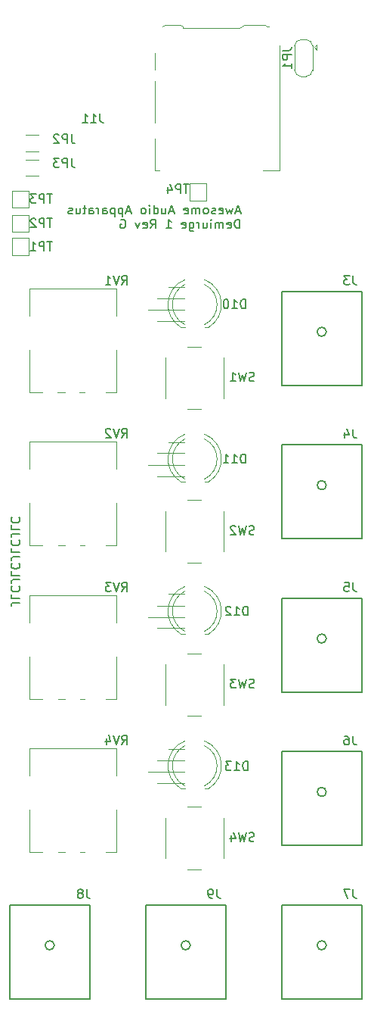
<source format=gbr>
G04 #@! TF.GenerationSoftware,KiCad,Pcbnew,6.0.6+dfsg-1*
G04 #@! TF.CreationDate,2022-10-02T17:16:31+02:00*
G04 #@! TF.ProjectId,demiurge,64656d69-7572-4676-952e-6b696361645f,G*
G04 #@! TF.SameCoordinates,Original*
G04 #@! TF.FileFunction,Legend,Bot*
G04 #@! TF.FilePolarity,Positive*
%FSLAX46Y46*%
G04 Gerber Fmt 4.6, Leading zero omitted, Abs format (unit mm)*
G04 Created by KiCad (PCBNEW 6.0.6+dfsg-1) date 2022-10-02 17:16:31*
%MOMM*%
%LPD*%
G01*
G04 APERTURE LIST*
%ADD10C,0.120000*%
%ADD11C,0.150000*%
G04 APERTURE END LIST*
D10*
X96400000Y-134900000D02*
X92300000Y-134900000D01*
X96400000Y-133600000D02*
X93350000Y-133600000D01*
X96400000Y-136150000D02*
X93300000Y-136150000D01*
X96400000Y-132350000D02*
X94600000Y-132350000D01*
X96400000Y-117600000D02*
X92300000Y-117600000D01*
X96400000Y-116350000D02*
X93350000Y-116350000D01*
X96400000Y-118850000D02*
X93300000Y-118850000D01*
X96400000Y-115050000D02*
X94600000Y-115050000D01*
X96400000Y-100600000D02*
X92300000Y-100600000D01*
X96400000Y-101850000D02*
X93300000Y-101850000D01*
X96400000Y-98050000D02*
X94600000Y-98050000D01*
X96400000Y-99300000D02*
X93350000Y-99300000D01*
X96400000Y-80750000D02*
X94600000Y-80750000D01*
X96400000Y-82000000D02*
X93350000Y-82000000D01*
X96400000Y-84550000D02*
X93300000Y-84550000D01*
X96400000Y-83300000D02*
X92300000Y-83300000D01*
D11*
X102612023Y-72261666D02*
X102135833Y-72261666D01*
X102707261Y-72547380D02*
X102373928Y-71547380D01*
X102040595Y-72547380D01*
X101802500Y-71880714D02*
X101612023Y-72547380D01*
X101421547Y-72071190D01*
X101231071Y-72547380D01*
X101040595Y-71880714D01*
X100278690Y-72499761D02*
X100373928Y-72547380D01*
X100564404Y-72547380D01*
X100659642Y-72499761D01*
X100707261Y-72404523D01*
X100707261Y-72023571D01*
X100659642Y-71928333D01*
X100564404Y-71880714D01*
X100373928Y-71880714D01*
X100278690Y-71928333D01*
X100231071Y-72023571D01*
X100231071Y-72118809D01*
X100707261Y-72214047D01*
X99850119Y-72499761D02*
X99754880Y-72547380D01*
X99564404Y-72547380D01*
X99469166Y-72499761D01*
X99421547Y-72404523D01*
X99421547Y-72356904D01*
X99469166Y-72261666D01*
X99564404Y-72214047D01*
X99707261Y-72214047D01*
X99802500Y-72166428D01*
X99850119Y-72071190D01*
X99850119Y-72023571D01*
X99802500Y-71928333D01*
X99707261Y-71880714D01*
X99564404Y-71880714D01*
X99469166Y-71928333D01*
X98850119Y-72547380D02*
X98945357Y-72499761D01*
X98992976Y-72452142D01*
X99040595Y-72356904D01*
X99040595Y-72071190D01*
X98992976Y-71975952D01*
X98945357Y-71928333D01*
X98850119Y-71880714D01*
X98707261Y-71880714D01*
X98612023Y-71928333D01*
X98564404Y-71975952D01*
X98516785Y-72071190D01*
X98516785Y-72356904D01*
X98564404Y-72452142D01*
X98612023Y-72499761D01*
X98707261Y-72547380D01*
X98850119Y-72547380D01*
X98088214Y-72547380D02*
X98088214Y-71880714D01*
X98088214Y-71975952D02*
X98040595Y-71928333D01*
X97945357Y-71880714D01*
X97802500Y-71880714D01*
X97707261Y-71928333D01*
X97659642Y-72023571D01*
X97659642Y-72547380D01*
X97659642Y-72023571D02*
X97612023Y-71928333D01*
X97516785Y-71880714D01*
X97373928Y-71880714D01*
X97278690Y-71928333D01*
X97231071Y-72023571D01*
X97231071Y-72547380D01*
X96373928Y-72499761D02*
X96469166Y-72547380D01*
X96659642Y-72547380D01*
X96754880Y-72499761D01*
X96802500Y-72404523D01*
X96802500Y-72023571D01*
X96754880Y-71928333D01*
X96659642Y-71880714D01*
X96469166Y-71880714D01*
X96373928Y-71928333D01*
X96326309Y-72023571D01*
X96326309Y-72118809D01*
X96802500Y-72214047D01*
X95183452Y-72261666D02*
X94707261Y-72261666D01*
X95278690Y-72547380D02*
X94945357Y-71547380D01*
X94612023Y-72547380D01*
X93850119Y-71880714D02*
X93850119Y-72547380D01*
X94278690Y-71880714D02*
X94278690Y-72404523D01*
X94231071Y-72499761D01*
X94135833Y-72547380D01*
X93992976Y-72547380D01*
X93897738Y-72499761D01*
X93850119Y-72452142D01*
X92945357Y-72547380D02*
X92945357Y-71547380D01*
X92945357Y-72499761D02*
X93040595Y-72547380D01*
X93231071Y-72547380D01*
X93326309Y-72499761D01*
X93373928Y-72452142D01*
X93421547Y-72356904D01*
X93421547Y-72071190D01*
X93373928Y-71975952D01*
X93326309Y-71928333D01*
X93231071Y-71880714D01*
X93040595Y-71880714D01*
X92945357Y-71928333D01*
X92469166Y-72547380D02*
X92469166Y-71880714D01*
X92469166Y-71547380D02*
X92516785Y-71595000D01*
X92469166Y-71642619D01*
X92421547Y-71595000D01*
X92469166Y-71547380D01*
X92469166Y-71642619D01*
X91850119Y-72547380D02*
X91945357Y-72499761D01*
X91992976Y-72452142D01*
X92040595Y-72356904D01*
X92040595Y-72071190D01*
X91992976Y-71975952D01*
X91945357Y-71928333D01*
X91850119Y-71880714D01*
X91707261Y-71880714D01*
X91612023Y-71928333D01*
X91564404Y-71975952D01*
X91516785Y-72071190D01*
X91516785Y-72356904D01*
X91564404Y-72452142D01*
X91612023Y-72499761D01*
X91707261Y-72547380D01*
X91850119Y-72547380D01*
X90373928Y-72261666D02*
X89897738Y-72261666D01*
X90469166Y-72547380D02*
X90135833Y-71547380D01*
X89802500Y-72547380D01*
X89469166Y-71880714D02*
X89469166Y-72880714D01*
X89469166Y-71928333D02*
X89373928Y-71880714D01*
X89183452Y-71880714D01*
X89088214Y-71928333D01*
X89040595Y-71975952D01*
X88992976Y-72071190D01*
X88992976Y-72356904D01*
X89040595Y-72452142D01*
X89088214Y-72499761D01*
X89183452Y-72547380D01*
X89373928Y-72547380D01*
X89469166Y-72499761D01*
X88564404Y-71880714D02*
X88564404Y-72880714D01*
X88564404Y-71928333D02*
X88469166Y-71880714D01*
X88278690Y-71880714D01*
X88183452Y-71928333D01*
X88135833Y-71975952D01*
X88088214Y-72071190D01*
X88088214Y-72356904D01*
X88135833Y-72452142D01*
X88183452Y-72499761D01*
X88278690Y-72547380D01*
X88469166Y-72547380D01*
X88564404Y-72499761D01*
X87231071Y-72547380D02*
X87231071Y-72023571D01*
X87278690Y-71928333D01*
X87373928Y-71880714D01*
X87564404Y-71880714D01*
X87659642Y-71928333D01*
X87231071Y-72499761D02*
X87326309Y-72547380D01*
X87564404Y-72547380D01*
X87659642Y-72499761D01*
X87707261Y-72404523D01*
X87707261Y-72309285D01*
X87659642Y-72214047D01*
X87564404Y-72166428D01*
X87326309Y-72166428D01*
X87231071Y-72118809D01*
X86754880Y-72547380D02*
X86754880Y-71880714D01*
X86754880Y-72071190D02*
X86707261Y-71975952D01*
X86659642Y-71928333D01*
X86564404Y-71880714D01*
X86469166Y-71880714D01*
X85707261Y-72547380D02*
X85707261Y-72023571D01*
X85754880Y-71928333D01*
X85850119Y-71880714D01*
X86040595Y-71880714D01*
X86135833Y-71928333D01*
X85707261Y-72499761D02*
X85802500Y-72547380D01*
X86040595Y-72547380D01*
X86135833Y-72499761D01*
X86183452Y-72404523D01*
X86183452Y-72309285D01*
X86135833Y-72214047D01*
X86040595Y-72166428D01*
X85802500Y-72166428D01*
X85707261Y-72118809D01*
X85373928Y-71880714D02*
X84992976Y-71880714D01*
X85231071Y-71547380D02*
X85231071Y-72404523D01*
X85183452Y-72499761D01*
X85088214Y-72547380D01*
X84992976Y-72547380D01*
X84231071Y-71880714D02*
X84231071Y-72547380D01*
X84659642Y-71880714D02*
X84659642Y-72404523D01*
X84612023Y-72499761D01*
X84516785Y-72547380D01*
X84373928Y-72547380D01*
X84278690Y-72499761D01*
X84231071Y-72452142D01*
X83802500Y-72499761D02*
X83707261Y-72547380D01*
X83516785Y-72547380D01*
X83421547Y-72499761D01*
X83373928Y-72404523D01*
X83373928Y-72356904D01*
X83421547Y-72261666D01*
X83516785Y-72214047D01*
X83659642Y-72214047D01*
X83754880Y-72166428D01*
X83802500Y-72071190D01*
X83802500Y-72023571D01*
X83754880Y-71928333D01*
X83659642Y-71880714D01*
X83516785Y-71880714D01*
X83421547Y-71928333D01*
X102564404Y-74157380D02*
X102564404Y-73157380D01*
X102326309Y-73157380D01*
X102183452Y-73205000D01*
X102088214Y-73300238D01*
X102040595Y-73395476D01*
X101992976Y-73585952D01*
X101992976Y-73728809D01*
X102040595Y-73919285D01*
X102088214Y-74014523D01*
X102183452Y-74109761D01*
X102326309Y-74157380D01*
X102564404Y-74157380D01*
X101183452Y-74109761D02*
X101278690Y-74157380D01*
X101469166Y-74157380D01*
X101564404Y-74109761D01*
X101612023Y-74014523D01*
X101612023Y-73633571D01*
X101564404Y-73538333D01*
X101469166Y-73490714D01*
X101278690Y-73490714D01*
X101183452Y-73538333D01*
X101135833Y-73633571D01*
X101135833Y-73728809D01*
X101612023Y-73824047D01*
X100707261Y-74157380D02*
X100707261Y-73490714D01*
X100707261Y-73585952D02*
X100659642Y-73538333D01*
X100564404Y-73490714D01*
X100421547Y-73490714D01*
X100326309Y-73538333D01*
X100278690Y-73633571D01*
X100278690Y-74157380D01*
X100278690Y-73633571D02*
X100231071Y-73538333D01*
X100135833Y-73490714D01*
X99992976Y-73490714D01*
X99897738Y-73538333D01*
X99850119Y-73633571D01*
X99850119Y-74157380D01*
X99373928Y-74157380D02*
X99373928Y-73490714D01*
X99373928Y-73157380D02*
X99421547Y-73205000D01*
X99373928Y-73252619D01*
X99326309Y-73205000D01*
X99373928Y-73157380D01*
X99373928Y-73252619D01*
X98469166Y-73490714D02*
X98469166Y-74157380D01*
X98897738Y-73490714D02*
X98897738Y-74014523D01*
X98850119Y-74109761D01*
X98754880Y-74157380D01*
X98612023Y-74157380D01*
X98516785Y-74109761D01*
X98469166Y-74062142D01*
X97992976Y-74157380D02*
X97992976Y-73490714D01*
X97992976Y-73681190D02*
X97945357Y-73585952D01*
X97897738Y-73538333D01*
X97802500Y-73490714D01*
X97707261Y-73490714D01*
X96945357Y-73490714D02*
X96945357Y-74300238D01*
X96992976Y-74395476D01*
X97040595Y-74443095D01*
X97135833Y-74490714D01*
X97278690Y-74490714D01*
X97373928Y-74443095D01*
X96945357Y-74109761D02*
X97040595Y-74157380D01*
X97231071Y-74157380D01*
X97326309Y-74109761D01*
X97373928Y-74062142D01*
X97421547Y-73966904D01*
X97421547Y-73681190D01*
X97373928Y-73585952D01*
X97326309Y-73538333D01*
X97231071Y-73490714D01*
X97040595Y-73490714D01*
X96945357Y-73538333D01*
X96088214Y-74109761D02*
X96183452Y-74157380D01*
X96373928Y-74157380D01*
X96469166Y-74109761D01*
X96516785Y-74014523D01*
X96516785Y-73633571D01*
X96469166Y-73538333D01*
X96373928Y-73490714D01*
X96183452Y-73490714D01*
X96088214Y-73538333D01*
X96040595Y-73633571D01*
X96040595Y-73728809D01*
X96516785Y-73824047D01*
X94326309Y-74157380D02*
X94897738Y-74157380D01*
X94612023Y-74157380D02*
X94612023Y-73157380D01*
X94707261Y-73300238D01*
X94802500Y-73395476D01*
X94897738Y-73443095D01*
X92564404Y-74157380D02*
X92897738Y-73681190D01*
X93135833Y-74157380D02*
X93135833Y-73157380D01*
X92754880Y-73157380D01*
X92659642Y-73205000D01*
X92612023Y-73252619D01*
X92564404Y-73347857D01*
X92564404Y-73490714D01*
X92612023Y-73585952D01*
X92659642Y-73633571D01*
X92754880Y-73681190D01*
X93135833Y-73681190D01*
X91754880Y-74109761D02*
X91850119Y-74157380D01*
X92040595Y-74157380D01*
X92135833Y-74109761D01*
X92183452Y-74014523D01*
X92183452Y-73633571D01*
X92135833Y-73538333D01*
X92040595Y-73490714D01*
X91850119Y-73490714D01*
X91754880Y-73538333D01*
X91707261Y-73633571D01*
X91707261Y-73728809D01*
X92183452Y-73824047D01*
X91373928Y-73490714D02*
X91135833Y-74157380D01*
X90897738Y-73490714D01*
X89231071Y-73205000D02*
X89326309Y-73157380D01*
X89469166Y-73157380D01*
X89612023Y-73205000D01*
X89707261Y-73300238D01*
X89754880Y-73395476D01*
X89802500Y-73585952D01*
X89802500Y-73728809D01*
X89754880Y-73919285D01*
X89707261Y-74014523D01*
X89612023Y-74109761D01*
X89469166Y-74157380D01*
X89373928Y-74157380D01*
X89231071Y-74109761D01*
X89183452Y-74062142D01*
X89183452Y-73728809D01*
X89373928Y-73728809D01*
X77947619Y-116019047D02*
X77233333Y-116019047D01*
X77090476Y-116066666D01*
X76995238Y-116161904D01*
X76947619Y-116304761D01*
X76947619Y-116400000D01*
X76947619Y-115066666D02*
X76947619Y-115542857D01*
X77947619Y-115542857D01*
X77042857Y-114161904D02*
X76995238Y-114209523D01*
X76947619Y-114352380D01*
X76947619Y-114447619D01*
X76995238Y-114590476D01*
X77090476Y-114685714D01*
X77185714Y-114733333D01*
X77376190Y-114780952D01*
X77519047Y-114780952D01*
X77709523Y-114733333D01*
X77804761Y-114685714D01*
X77900000Y-114590476D01*
X77947619Y-114447619D01*
X77947619Y-114352380D01*
X77900000Y-114209523D01*
X77852380Y-114161904D01*
X77947619Y-113447619D02*
X77233333Y-113447619D01*
X77090476Y-113495238D01*
X76995238Y-113590476D01*
X76947619Y-113733333D01*
X76947619Y-113828571D01*
X76947619Y-112495238D02*
X76947619Y-112971428D01*
X77947619Y-112971428D01*
X77042857Y-111590476D02*
X76995238Y-111638095D01*
X76947619Y-111780952D01*
X76947619Y-111876190D01*
X76995238Y-112019047D01*
X77090476Y-112114285D01*
X77185714Y-112161904D01*
X77376190Y-112209523D01*
X77519047Y-112209523D01*
X77709523Y-112161904D01*
X77804761Y-112114285D01*
X77900000Y-112019047D01*
X77947619Y-111876190D01*
X77947619Y-111780952D01*
X77900000Y-111638095D01*
X77852380Y-111590476D01*
X77947619Y-110876190D02*
X77233333Y-110876190D01*
X77090476Y-110923809D01*
X76995238Y-111019047D01*
X76947619Y-111161904D01*
X76947619Y-111257142D01*
X76947619Y-109923809D02*
X76947619Y-110400000D01*
X77947619Y-110400000D01*
X77042857Y-109019047D02*
X76995238Y-109066666D01*
X76947619Y-109209523D01*
X76947619Y-109304761D01*
X76995238Y-109447619D01*
X77090476Y-109542857D01*
X77185714Y-109590476D01*
X77376190Y-109638095D01*
X77519047Y-109638095D01*
X77709523Y-109590476D01*
X77804761Y-109542857D01*
X77900000Y-109447619D01*
X77947619Y-109304761D01*
X77947619Y-109209523D01*
X77900000Y-109066666D01*
X77852380Y-109019047D01*
X77947619Y-108304761D02*
X77233333Y-108304761D01*
X77090476Y-108352380D01*
X76995238Y-108447619D01*
X76947619Y-108590476D01*
X76947619Y-108685714D01*
X76947619Y-107352380D02*
X76947619Y-107828571D01*
X77947619Y-107828571D01*
X77042857Y-106447619D02*
X76995238Y-106495238D01*
X76947619Y-106638095D01*
X76947619Y-106733333D01*
X76995238Y-106876190D01*
X77090476Y-106971428D01*
X77185714Y-107019047D01*
X77376190Y-107066666D01*
X77519047Y-107066666D01*
X77709523Y-107019047D01*
X77804761Y-106971428D01*
X77900000Y-106876190D01*
X77947619Y-106733333D01*
X77947619Y-106638095D01*
X77900000Y-106495238D01*
X77852380Y-106447619D01*
X104203333Y-108354761D02*
X104060476Y-108402380D01*
X103822380Y-108402380D01*
X103727142Y-108354761D01*
X103679523Y-108307142D01*
X103631904Y-108211904D01*
X103631904Y-108116666D01*
X103679523Y-108021428D01*
X103727142Y-107973809D01*
X103822380Y-107926190D01*
X104012857Y-107878571D01*
X104108095Y-107830952D01*
X104155714Y-107783333D01*
X104203333Y-107688095D01*
X104203333Y-107592857D01*
X104155714Y-107497619D01*
X104108095Y-107450000D01*
X104012857Y-107402380D01*
X103774761Y-107402380D01*
X103631904Y-107450000D01*
X103298571Y-107402380D02*
X103060476Y-108402380D01*
X102870000Y-107688095D01*
X102679523Y-108402380D01*
X102441428Y-107402380D01*
X102108095Y-107497619D02*
X102060476Y-107450000D01*
X101965238Y-107402380D01*
X101727142Y-107402380D01*
X101631904Y-107450000D01*
X101584285Y-107497619D01*
X101536666Y-107592857D01*
X101536666Y-107688095D01*
X101584285Y-107830952D01*
X102155714Y-108402380D01*
X101536666Y-108402380D01*
X104203333Y-125499761D02*
X104060476Y-125547380D01*
X103822380Y-125547380D01*
X103727142Y-125499761D01*
X103679523Y-125452142D01*
X103631904Y-125356904D01*
X103631904Y-125261666D01*
X103679523Y-125166428D01*
X103727142Y-125118809D01*
X103822380Y-125071190D01*
X104012857Y-125023571D01*
X104108095Y-124975952D01*
X104155714Y-124928333D01*
X104203333Y-124833095D01*
X104203333Y-124737857D01*
X104155714Y-124642619D01*
X104108095Y-124595000D01*
X104012857Y-124547380D01*
X103774761Y-124547380D01*
X103631904Y-124595000D01*
X103298571Y-124547380D02*
X103060476Y-125547380D01*
X102870000Y-124833095D01*
X102679523Y-125547380D01*
X102441428Y-124547380D01*
X102155714Y-124547380D02*
X101536666Y-124547380D01*
X101870000Y-124928333D01*
X101727142Y-124928333D01*
X101631904Y-124975952D01*
X101584285Y-125023571D01*
X101536666Y-125118809D01*
X101536666Y-125356904D01*
X101584285Y-125452142D01*
X101631904Y-125499761D01*
X101727142Y-125547380D01*
X102012857Y-125547380D01*
X102108095Y-125499761D01*
X102155714Y-125452142D01*
X115268333Y-148042380D02*
X115268333Y-148756666D01*
X115315952Y-148899523D01*
X115411190Y-148994761D01*
X115554047Y-149042380D01*
X115649285Y-149042380D01*
X114887380Y-148042380D02*
X114220714Y-148042380D01*
X114649285Y-149042380D01*
X115268333Y-79462380D02*
X115268333Y-80176666D01*
X115315952Y-80319523D01*
X115411190Y-80414761D01*
X115554047Y-80462380D01*
X115649285Y-80462380D01*
X114887380Y-79462380D02*
X114268333Y-79462380D01*
X114601666Y-79843333D01*
X114458809Y-79843333D01*
X114363571Y-79890952D01*
X114315952Y-79938571D01*
X114268333Y-80033809D01*
X114268333Y-80271904D01*
X114315952Y-80367142D01*
X114363571Y-80414761D01*
X114458809Y-80462380D01*
X114744523Y-80462380D01*
X114839761Y-80414761D01*
X114887380Y-80367142D01*
X107380380Y-54284666D02*
X108094666Y-54284666D01*
X108237523Y-54237047D01*
X108332761Y-54141809D01*
X108380380Y-53998952D01*
X108380380Y-53903714D01*
X108380380Y-54760857D02*
X107380380Y-54760857D01*
X107380380Y-55141809D01*
X107428000Y-55237047D01*
X107475619Y-55284666D01*
X107570857Y-55332285D01*
X107713714Y-55332285D01*
X107808952Y-55284666D01*
X107856571Y-55237047D01*
X107904190Y-55141809D01*
X107904190Y-54760857D01*
X108380380Y-56284666D02*
X108380380Y-55713238D01*
X108380380Y-55998952D02*
X107380380Y-55998952D01*
X107523238Y-55903714D01*
X107618476Y-55808476D01*
X107666095Y-55713238D01*
X104203333Y-142644761D02*
X104060476Y-142692380D01*
X103822380Y-142692380D01*
X103727142Y-142644761D01*
X103679523Y-142597142D01*
X103631904Y-142501904D01*
X103631904Y-142406666D01*
X103679523Y-142311428D01*
X103727142Y-142263809D01*
X103822380Y-142216190D01*
X104012857Y-142168571D01*
X104108095Y-142120952D01*
X104155714Y-142073333D01*
X104203333Y-141978095D01*
X104203333Y-141882857D01*
X104155714Y-141787619D01*
X104108095Y-141740000D01*
X104012857Y-141692380D01*
X103774761Y-141692380D01*
X103631904Y-141740000D01*
X103298571Y-141692380D02*
X103060476Y-142692380D01*
X102870000Y-141978095D01*
X102679523Y-142692380D01*
X102441428Y-141692380D01*
X101631904Y-142025714D02*
X101631904Y-142692380D01*
X101870000Y-141644761D02*
X102108095Y-142359047D01*
X101489047Y-142359047D01*
X100028333Y-148042380D02*
X100028333Y-148756666D01*
X100075952Y-148899523D01*
X100171190Y-148994761D01*
X100314047Y-149042380D01*
X100409285Y-149042380D01*
X99504523Y-149042380D02*
X99314047Y-149042380D01*
X99218809Y-148994761D01*
X99171190Y-148947142D01*
X99075952Y-148804285D01*
X99028333Y-148613809D01*
X99028333Y-148232857D01*
X99075952Y-148137619D01*
X99123571Y-148090000D01*
X99218809Y-148042380D01*
X99409285Y-148042380D01*
X99504523Y-148090000D01*
X99552142Y-148137619D01*
X99599761Y-148232857D01*
X99599761Y-148470952D01*
X99552142Y-148566190D01*
X99504523Y-148613809D01*
X99409285Y-148661428D01*
X99218809Y-148661428D01*
X99123571Y-148613809D01*
X99075952Y-148566190D01*
X99028333Y-148470952D01*
X89342976Y-80452380D02*
X89676309Y-79976190D01*
X89914404Y-80452380D02*
X89914404Y-79452380D01*
X89533452Y-79452380D01*
X89438214Y-79500000D01*
X89390595Y-79547619D01*
X89342976Y-79642857D01*
X89342976Y-79785714D01*
X89390595Y-79880952D01*
X89438214Y-79928571D01*
X89533452Y-79976190D01*
X89914404Y-79976190D01*
X89057261Y-79452380D02*
X88723928Y-80452380D01*
X88390595Y-79452380D01*
X87533452Y-80452380D02*
X88104880Y-80452380D01*
X87819166Y-80452380D02*
X87819166Y-79452380D01*
X87914404Y-79595238D01*
X88009642Y-79690476D01*
X88104880Y-79738095D01*
X89342976Y-131852380D02*
X89676309Y-131376190D01*
X89914404Y-131852380D02*
X89914404Y-130852380D01*
X89533452Y-130852380D01*
X89438214Y-130900000D01*
X89390595Y-130947619D01*
X89342976Y-131042857D01*
X89342976Y-131185714D01*
X89390595Y-131280952D01*
X89438214Y-131328571D01*
X89533452Y-131376190D01*
X89914404Y-131376190D01*
X89057261Y-130852380D02*
X88723928Y-131852380D01*
X88390595Y-130852380D01*
X87628690Y-131185714D02*
X87628690Y-131852380D01*
X87866785Y-130804761D02*
X88104880Y-131519047D01*
X87485833Y-131519047D01*
X115268333Y-130897380D02*
X115268333Y-131611666D01*
X115315952Y-131754523D01*
X115411190Y-131849761D01*
X115554047Y-131897380D01*
X115649285Y-131897380D01*
X114363571Y-130897380D02*
X114554047Y-130897380D01*
X114649285Y-130945000D01*
X114696904Y-130992619D01*
X114792142Y-131135476D01*
X114839761Y-131325952D01*
X114839761Y-131706904D01*
X114792142Y-131802142D01*
X114744523Y-131849761D01*
X114649285Y-131897380D01*
X114458809Y-131897380D01*
X114363571Y-131849761D01*
X114315952Y-131802142D01*
X114268333Y-131706904D01*
X114268333Y-131468809D01*
X114315952Y-131373571D01*
X114363571Y-131325952D01*
X114458809Y-131278333D01*
X114649285Y-131278333D01*
X114744523Y-131325952D01*
X114792142Y-131373571D01*
X114839761Y-131468809D01*
X115268333Y-113752380D02*
X115268333Y-114466666D01*
X115315952Y-114609523D01*
X115411190Y-114704761D01*
X115554047Y-114752380D01*
X115649285Y-114752380D01*
X114315952Y-113752380D02*
X114792142Y-113752380D01*
X114839761Y-114228571D01*
X114792142Y-114180952D01*
X114696904Y-114133333D01*
X114458809Y-114133333D01*
X114363571Y-114180952D01*
X114315952Y-114228571D01*
X114268333Y-114323809D01*
X114268333Y-114561904D01*
X114315952Y-114657142D01*
X114363571Y-114704761D01*
X114458809Y-114752380D01*
X114696904Y-114752380D01*
X114792142Y-114704761D01*
X114839761Y-114657142D01*
X115268333Y-96607380D02*
X115268333Y-97321666D01*
X115315952Y-97464523D01*
X115411190Y-97559761D01*
X115554047Y-97607380D01*
X115649285Y-97607380D01*
X114363571Y-96940714D02*
X114363571Y-97607380D01*
X114601666Y-96559761D02*
X114839761Y-97274047D01*
X114220714Y-97274047D01*
X89342976Y-97552380D02*
X89676309Y-97076190D01*
X89914404Y-97552380D02*
X89914404Y-96552380D01*
X89533452Y-96552380D01*
X89438214Y-96600000D01*
X89390595Y-96647619D01*
X89342976Y-96742857D01*
X89342976Y-96885714D01*
X89390595Y-96980952D01*
X89438214Y-97028571D01*
X89533452Y-97076190D01*
X89914404Y-97076190D01*
X89057261Y-96552380D02*
X88723928Y-97552380D01*
X88390595Y-96552380D01*
X88104880Y-96647619D02*
X88057261Y-96600000D01*
X87962023Y-96552380D01*
X87723928Y-96552380D01*
X87628690Y-96600000D01*
X87581071Y-96647619D01*
X87533452Y-96742857D01*
X87533452Y-96838095D01*
X87581071Y-96980952D01*
X88152500Y-97552380D01*
X87533452Y-97552380D01*
X89342976Y-114752380D02*
X89676309Y-114276190D01*
X89914404Y-114752380D02*
X89914404Y-113752380D01*
X89533452Y-113752380D01*
X89438214Y-113800000D01*
X89390595Y-113847619D01*
X89342976Y-113942857D01*
X89342976Y-114085714D01*
X89390595Y-114180952D01*
X89438214Y-114228571D01*
X89533452Y-114276190D01*
X89914404Y-114276190D01*
X89057261Y-113752380D02*
X88723928Y-114752380D01*
X88390595Y-113752380D01*
X88152500Y-113752380D02*
X87533452Y-113752380D01*
X87866785Y-114133333D01*
X87723928Y-114133333D01*
X87628690Y-114180952D01*
X87581071Y-114228571D01*
X87533452Y-114323809D01*
X87533452Y-114561904D01*
X87581071Y-114657142D01*
X87628690Y-114704761D01*
X87723928Y-114752380D01*
X88009642Y-114752380D01*
X88104880Y-114704761D01*
X88152500Y-114657142D01*
X104203333Y-91209761D02*
X104060476Y-91257380D01*
X103822380Y-91257380D01*
X103727142Y-91209761D01*
X103679523Y-91162142D01*
X103631904Y-91066904D01*
X103631904Y-90971666D01*
X103679523Y-90876428D01*
X103727142Y-90828809D01*
X103822380Y-90781190D01*
X104012857Y-90733571D01*
X104108095Y-90685952D01*
X104155714Y-90638333D01*
X104203333Y-90543095D01*
X104203333Y-90447857D01*
X104155714Y-90352619D01*
X104108095Y-90305000D01*
X104012857Y-90257380D01*
X103774761Y-90257380D01*
X103631904Y-90305000D01*
X103298571Y-90257380D02*
X103060476Y-91257380D01*
X102870000Y-90543095D01*
X102679523Y-91257380D01*
X102441428Y-90257380D01*
X101536666Y-91257380D02*
X102108095Y-91257380D01*
X101822380Y-91257380D02*
X101822380Y-90257380D01*
X101917619Y-90400238D01*
X102012857Y-90495476D01*
X102108095Y-90543095D01*
X85423333Y-148042380D02*
X85423333Y-148756666D01*
X85470952Y-148899523D01*
X85566190Y-148994761D01*
X85709047Y-149042380D01*
X85804285Y-149042380D01*
X84804285Y-148470952D02*
X84899523Y-148423333D01*
X84947142Y-148375714D01*
X84994761Y-148280476D01*
X84994761Y-148232857D01*
X84947142Y-148137619D01*
X84899523Y-148090000D01*
X84804285Y-148042380D01*
X84613809Y-148042380D01*
X84518571Y-148090000D01*
X84470952Y-148137619D01*
X84423333Y-148232857D01*
X84423333Y-148280476D01*
X84470952Y-148375714D01*
X84518571Y-148423333D01*
X84613809Y-148470952D01*
X84804285Y-148470952D01*
X84899523Y-148518571D01*
X84947142Y-148566190D01*
X84994761Y-148661428D01*
X84994761Y-148851904D01*
X84947142Y-148947142D01*
X84899523Y-148994761D01*
X84804285Y-149042380D01*
X84613809Y-149042380D01*
X84518571Y-148994761D01*
X84470952Y-148947142D01*
X84423333Y-148851904D01*
X84423333Y-148661428D01*
X84470952Y-148566190D01*
X84518571Y-148518571D01*
X84613809Y-148470952D01*
X103214285Y-83102380D02*
X103214285Y-82102380D01*
X102976190Y-82102380D01*
X102833333Y-82150000D01*
X102738095Y-82245238D01*
X102690476Y-82340476D01*
X102642857Y-82530952D01*
X102642857Y-82673809D01*
X102690476Y-82864285D01*
X102738095Y-82959523D01*
X102833333Y-83054761D01*
X102976190Y-83102380D01*
X103214285Y-83102380D01*
X101690476Y-83102380D02*
X102261904Y-83102380D01*
X101976190Y-83102380D02*
X101976190Y-82102380D01*
X102071428Y-82245238D01*
X102166666Y-82340476D01*
X102261904Y-82388095D01*
X101071428Y-82102380D02*
X100976190Y-82102380D01*
X100880952Y-82150000D01*
X100833333Y-82197619D01*
X100785714Y-82292857D01*
X100738095Y-82483333D01*
X100738095Y-82721428D01*
X100785714Y-82911904D01*
X100833333Y-83007142D01*
X100880952Y-83054761D01*
X100976190Y-83102380D01*
X101071428Y-83102380D01*
X101166666Y-83054761D01*
X101214285Y-83007142D01*
X101261904Y-82911904D01*
X101309523Y-82721428D01*
X101309523Y-82483333D01*
X101261904Y-82292857D01*
X101214285Y-82197619D01*
X101166666Y-82150000D01*
X101071428Y-82102380D01*
X103214285Y-100401380D02*
X103214285Y-99401380D01*
X102976190Y-99401380D01*
X102833333Y-99449000D01*
X102738095Y-99544238D01*
X102690476Y-99639476D01*
X102642857Y-99829952D01*
X102642857Y-99972809D01*
X102690476Y-100163285D01*
X102738095Y-100258523D01*
X102833333Y-100353761D01*
X102976190Y-100401380D01*
X103214285Y-100401380D01*
X101690476Y-100401380D02*
X102261904Y-100401380D01*
X101976190Y-100401380D02*
X101976190Y-99401380D01*
X102071428Y-99544238D01*
X102166666Y-99639476D01*
X102261904Y-99687095D01*
X100738095Y-100401380D02*
X101309523Y-100401380D01*
X101023809Y-100401380D02*
X101023809Y-99401380D01*
X101119047Y-99544238D01*
X101214285Y-99639476D01*
X101309523Y-99687095D01*
X103464285Y-134752380D02*
X103464285Y-133752380D01*
X103226190Y-133752380D01*
X103083333Y-133800000D01*
X102988095Y-133895238D01*
X102940476Y-133990476D01*
X102892857Y-134180952D01*
X102892857Y-134323809D01*
X102940476Y-134514285D01*
X102988095Y-134609523D01*
X103083333Y-134704761D01*
X103226190Y-134752380D01*
X103464285Y-134752380D01*
X101940476Y-134752380D02*
X102511904Y-134752380D01*
X102226190Y-134752380D02*
X102226190Y-133752380D01*
X102321428Y-133895238D01*
X102416666Y-133990476D01*
X102511904Y-134038095D01*
X101607142Y-133752380D02*
X100988095Y-133752380D01*
X101321428Y-134133333D01*
X101178571Y-134133333D01*
X101083333Y-134180952D01*
X101035714Y-134228571D01*
X100988095Y-134323809D01*
X100988095Y-134561904D01*
X101035714Y-134657142D01*
X101083333Y-134704761D01*
X101178571Y-134752380D01*
X101464285Y-134752380D01*
X101559523Y-134704761D01*
X101607142Y-134657142D01*
X103464285Y-117419380D02*
X103464285Y-116419380D01*
X103226190Y-116419380D01*
X103083333Y-116467000D01*
X102988095Y-116562238D01*
X102940476Y-116657476D01*
X102892857Y-116847952D01*
X102892857Y-116990809D01*
X102940476Y-117181285D01*
X102988095Y-117276523D01*
X103083333Y-117371761D01*
X103226190Y-117419380D01*
X103464285Y-117419380D01*
X101940476Y-117419380D02*
X102511904Y-117419380D01*
X102226190Y-117419380D02*
X102226190Y-116419380D01*
X102321428Y-116562238D01*
X102416666Y-116657476D01*
X102511904Y-116705095D01*
X101559523Y-116514619D02*
X101511904Y-116467000D01*
X101416666Y-116419380D01*
X101178571Y-116419380D01*
X101083333Y-116467000D01*
X101035714Y-116514619D01*
X100988095Y-116609857D01*
X100988095Y-116705095D01*
X101035714Y-116847952D01*
X101607142Y-117419380D01*
X100988095Y-117419380D01*
X86909523Y-61352380D02*
X86909523Y-62066666D01*
X86957142Y-62209523D01*
X87052380Y-62304761D01*
X87195238Y-62352380D01*
X87290476Y-62352380D01*
X85909523Y-62352380D02*
X86480952Y-62352380D01*
X86195238Y-62352380D02*
X86195238Y-61352380D01*
X86290476Y-61495238D01*
X86385714Y-61590476D01*
X86480952Y-61638095D01*
X84957142Y-62352380D02*
X85528571Y-62352380D01*
X85242857Y-62352380D02*
X85242857Y-61352380D01*
X85338095Y-61495238D01*
X85433333Y-61590476D01*
X85528571Y-61638095D01*
X83733333Y-63652380D02*
X83733333Y-64366666D01*
X83780952Y-64509523D01*
X83876190Y-64604761D01*
X84019047Y-64652380D01*
X84114285Y-64652380D01*
X83257142Y-64652380D02*
X83257142Y-63652380D01*
X82876190Y-63652380D01*
X82780952Y-63700000D01*
X82733333Y-63747619D01*
X82685714Y-63842857D01*
X82685714Y-63985714D01*
X82733333Y-64080952D01*
X82780952Y-64128571D01*
X82876190Y-64176190D01*
X83257142Y-64176190D01*
X82304761Y-63747619D02*
X82257142Y-63700000D01*
X82161904Y-63652380D01*
X81923809Y-63652380D01*
X81828571Y-63700000D01*
X81780952Y-63747619D01*
X81733333Y-63842857D01*
X81733333Y-63938095D01*
X81780952Y-64080952D01*
X82352380Y-64652380D01*
X81733333Y-64652380D01*
X81561904Y-70352380D02*
X80990476Y-70352380D01*
X81276190Y-71352380D02*
X81276190Y-70352380D01*
X80657142Y-71352380D02*
X80657142Y-70352380D01*
X80276190Y-70352380D01*
X80180952Y-70400000D01*
X80133333Y-70447619D01*
X80085714Y-70542857D01*
X80085714Y-70685714D01*
X80133333Y-70780952D01*
X80180952Y-70828571D01*
X80276190Y-70876190D01*
X80657142Y-70876190D01*
X79752380Y-70352380D02*
X79133333Y-70352380D01*
X79466666Y-70733333D01*
X79323809Y-70733333D01*
X79228571Y-70780952D01*
X79180952Y-70828571D01*
X79133333Y-70923809D01*
X79133333Y-71161904D01*
X79180952Y-71257142D01*
X79228571Y-71304761D01*
X79323809Y-71352380D01*
X79609523Y-71352380D01*
X79704761Y-71304761D01*
X79752380Y-71257142D01*
X81561904Y-73052380D02*
X80990476Y-73052380D01*
X81276190Y-74052380D02*
X81276190Y-73052380D01*
X80657142Y-74052380D02*
X80657142Y-73052380D01*
X80276190Y-73052380D01*
X80180952Y-73100000D01*
X80133333Y-73147619D01*
X80085714Y-73242857D01*
X80085714Y-73385714D01*
X80133333Y-73480952D01*
X80180952Y-73528571D01*
X80276190Y-73576190D01*
X80657142Y-73576190D01*
X79704761Y-73147619D02*
X79657142Y-73100000D01*
X79561904Y-73052380D01*
X79323809Y-73052380D01*
X79228571Y-73100000D01*
X79180952Y-73147619D01*
X79133333Y-73242857D01*
X79133333Y-73338095D01*
X79180952Y-73480952D01*
X79752380Y-74052380D01*
X79133333Y-74052380D01*
X81561904Y-75652380D02*
X80990476Y-75652380D01*
X81276190Y-76652380D02*
X81276190Y-75652380D01*
X80657142Y-76652380D02*
X80657142Y-75652380D01*
X80276190Y-75652380D01*
X80180952Y-75700000D01*
X80133333Y-75747619D01*
X80085714Y-75842857D01*
X80085714Y-75985714D01*
X80133333Y-76080952D01*
X80180952Y-76128571D01*
X80276190Y-76176190D01*
X80657142Y-76176190D01*
X79133333Y-76652380D02*
X79704761Y-76652380D01*
X79419047Y-76652380D02*
X79419047Y-75652380D01*
X79514285Y-75795238D01*
X79609523Y-75890476D01*
X79704761Y-75938095D01*
X96861904Y-69252380D02*
X96290476Y-69252380D01*
X96576190Y-70252380D02*
X96576190Y-69252380D01*
X95957142Y-70252380D02*
X95957142Y-69252380D01*
X95576190Y-69252380D01*
X95480952Y-69300000D01*
X95433333Y-69347619D01*
X95385714Y-69442857D01*
X95385714Y-69585714D01*
X95433333Y-69680952D01*
X95480952Y-69728571D01*
X95576190Y-69776190D01*
X95957142Y-69776190D01*
X94528571Y-69585714D02*
X94528571Y-70252380D01*
X94766666Y-69204761D02*
X95004761Y-69919047D01*
X94385714Y-69919047D01*
X83733333Y-66352380D02*
X83733333Y-67066666D01*
X83780952Y-67209523D01*
X83876190Y-67304761D01*
X84019047Y-67352380D01*
X84114285Y-67352380D01*
X83257142Y-67352380D02*
X83257142Y-66352380D01*
X82876190Y-66352380D01*
X82780952Y-66400000D01*
X82733333Y-66447619D01*
X82685714Y-66542857D01*
X82685714Y-66685714D01*
X82733333Y-66780952D01*
X82780952Y-66828571D01*
X82876190Y-66876190D01*
X83257142Y-66876190D01*
X82352380Y-66352380D02*
X81733333Y-66352380D01*
X82066666Y-66733333D01*
X81923809Y-66733333D01*
X81828571Y-66780952D01*
X81780952Y-66828571D01*
X81733333Y-66923809D01*
X81733333Y-67161904D01*
X81780952Y-67257142D01*
X81828571Y-67304761D01*
X81923809Y-67352380D01*
X82209523Y-67352380D01*
X82304761Y-67304761D01*
X82352380Y-67257142D01*
D10*
X94250000Y-110275000D02*
X94250000Y-105775000D01*
X98250000Y-111525000D02*
X96750000Y-111525000D01*
X100750000Y-105775000D02*
X100750000Y-110275000D01*
X96750000Y-104525000D02*
X98250000Y-104525000D01*
X94250000Y-127420000D02*
X94250000Y-122920000D01*
X98250000Y-128670000D02*
X96750000Y-128670000D01*
X96750000Y-121670000D02*
X98250000Y-121670000D01*
X100750000Y-122920000D02*
X100750000Y-127420000D01*
D11*
X116260000Y-160305000D02*
X116260000Y-149805000D01*
X107260000Y-160305000D02*
X116260000Y-160305000D01*
X116260000Y-149805000D02*
X107260000Y-149805000D01*
X107260000Y-149805000D02*
X107260000Y-160305000D01*
X112268000Y-154305000D02*
G75*
G03*
X112268000Y-154305000I-508000J0D01*
G01*
X107260000Y-81225000D02*
X107260000Y-91725000D01*
X107260000Y-91725000D02*
X116260000Y-91725000D01*
X116260000Y-91725000D02*
X116260000Y-81225000D01*
X116260000Y-81225000D02*
X107260000Y-81225000D01*
X112268000Y-85725000D02*
G75*
G03*
X112268000Y-85725000I-508000J0D01*
G01*
D10*
X110728000Y-56518000D02*
X110728000Y-53718000D01*
X110928000Y-53918000D02*
X111228000Y-53618000D01*
X109428000Y-57168000D02*
X110028000Y-57168000D01*
X111228000Y-53618000D02*
X111228000Y-54218000D01*
X110928000Y-53918000D02*
X111228000Y-54218000D01*
X110028000Y-53068000D02*
X109428000Y-53068000D01*
X108728000Y-53718000D02*
X108728000Y-56518000D01*
X108728000Y-56468000D02*
G75*
G03*
X109428000Y-57168000I700000J0D01*
G01*
X109428000Y-53068000D02*
G75*
G03*
X108728000Y-53768000I-1J-699999D01*
G01*
X110028000Y-57168000D02*
G75*
G03*
X110728000Y-56468000I0J700000D01*
G01*
X110728000Y-53768000D02*
G75*
G03*
X110028000Y-53068000I-699999J1D01*
G01*
X98250000Y-145815000D02*
X96750000Y-145815000D01*
X96750000Y-138815000D02*
X98250000Y-138815000D01*
X94250000Y-144565000D02*
X94250000Y-140065000D01*
X100750000Y-140065000D02*
X100750000Y-144565000D01*
D11*
X92020000Y-160305000D02*
X101020000Y-160305000D01*
X101020000Y-149805000D02*
X92020000Y-149805000D01*
X92020000Y-149805000D02*
X92020000Y-160305000D01*
X101020000Y-160305000D02*
X101020000Y-149805000D01*
X97028000Y-154305000D02*
G75*
G03*
X97028000Y-154305000I-508000J0D01*
G01*
D10*
X88726000Y-92465000D02*
X88726000Y-87745000D01*
X78976000Y-83935000D02*
X78976000Y-80875000D01*
X78976000Y-80875000D02*
X88716000Y-80875000D01*
X88716000Y-83935000D02*
X88716000Y-80875000D01*
X82186000Y-92465000D02*
X83016000Y-92465000D01*
X84636000Y-92465000D02*
X85166000Y-92465000D01*
X87536000Y-92465000D02*
X88716000Y-92465000D01*
X78976000Y-92465000D02*
X78976000Y-87745000D01*
X78976000Y-92465000D02*
X80466000Y-92465000D01*
X78990000Y-143900000D02*
X78990000Y-139180000D01*
X82200000Y-143900000D02*
X83030000Y-143900000D01*
X88730000Y-135370000D02*
X88730000Y-132310000D01*
X88740000Y-143900000D02*
X88740000Y-139180000D01*
X78990000Y-143900000D02*
X80480000Y-143900000D01*
X84650000Y-143900000D02*
X85180000Y-143900000D01*
X78990000Y-135370000D02*
X78990000Y-132310000D01*
X87550000Y-143900000D02*
X88730000Y-143900000D01*
X78990000Y-132310000D02*
X88730000Y-132310000D01*
D11*
X107260000Y-132660000D02*
X107260000Y-143160000D01*
X107260000Y-143160000D02*
X116260000Y-143160000D01*
X116260000Y-132660000D02*
X107260000Y-132660000D01*
X116260000Y-143160000D02*
X116260000Y-132660000D01*
X112268000Y-137160000D02*
G75*
G03*
X112268000Y-137160000I-508000J0D01*
G01*
X107260000Y-115515000D02*
X107260000Y-126015000D01*
X116260000Y-126015000D02*
X116260000Y-115515000D01*
X116260000Y-115515000D02*
X107260000Y-115515000D01*
X107260000Y-126015000D02*
X116260000Y-126015000D01*
X112268000Y-120015000D02*
G75*
G03*
X112268000Y-120015000I-508000J0D01*
G01*
X116260000Y-98370000D02*
X107260000Y-98370000D01*
X116260000Y-108870000D02*
X116260000Y-98370000D01*
X107260000Y-108870000D02*
X116260000Y-108870000D01*
X107260000Y-98370000D02*
X107260000Y-108870000D01*
X112268000Y-102870000D02*
G75*
G03*
X112268000Y-102870000I-508000J0D01*
G01*
D10*
X87550000Y-109610000D02*
X88730000Y-109610000D01*
X88740000Y-109610000D02*
X88740000Y-104890000D01*
X78990000Y-98020000D02*
X88730000Y-98020000D01*
X78990000Y-109610000D02*
X78990000Y-104890000D01*
X78990000Y-109610000D02*
X80480000Y-109610000D01*
X88730000Y-101080000D02*
X88730000Y-98020000D01*
X78990000Y-101080000D02*
X78990000Y-98020000D01*
X84650000Y-109610000D02*
X85180000Y-109610000D01*
X82200000Y-109610000D02*
X83030000Y-109610000D01*
X87550000Y-126755000D02*
X88730000Y-126755000D01*
X88740000Y-126755000D02*
X88740000Y-122035000D01*
X84650000Y-126755000D02*
X85180000Y-126755000D01*
X88730000Y-118225000D02*
X88730000Y-115165000D01*
X78990000Y-118225000D02*
X78990000Y-115165000D01*
X78990000Y-126755000D02*
X78990000Y-122035000D01*
X78990000Y-126755000D02*
X80480000Y-126755000D01*
X82200000Y-126755000D02*
X83030000Y-126755000D01*
X78990000Y-115165000D02*
X88730000Y-115165000D01*
X98250000Y-94380000D02*
X96750000Y-94380000D01*
X94250000Y-93130000D02*
X94250000Y-88630000D01*
X100750000Y-88630000D02*
X100750000Y-93130000D01*
X96750000Y-87380000D02*
X98250000Y-87380000D01*
D11*
X85780000Y-149805000D02*
X76780000Y-149805000D01*
X85780000Y-160305000D02*
X85780000Y-149805000D01*
X76780000Y-149805000D02*
X76780000Y-160305000D01*
X76780000Y-160305000D02*
X85780000Y-160305000D01*
X81788000Y-154305000D02*
G75*
G03*
X81788000Y-154305000I-508000J0D01*
G01*
D10*
X99081000Y-85237000D02*
X98616000Y-85237000D01*
X96456000Y-85237000D02*
X95991000Y-85237000D01*
X99080830Y-85237000D02*
G75*
G03*
X98616827Y-79889185I-1544830J2560000D01*
G01*
X96455173Y-79889185D02*
G75*
G03*
X95991170Y-85237000I1080827J-2787815D01*
G01*
X96455571Y-80422521D02*
G75*
G03*
X96456000Y-84931684I1080429J-2254479D01*
G01*
X98616000Y-84931684D02*
G75*
G03*
X98616429Y-80422521I-1080000J2254684D01*
G01*
X99081000Y-102509000D02*
X98616000Y-102509000D01*
X96456000Y-102509000D02*
X95991000Y-102509000D01*
X96455173Y-97161185D02*
G75*
G03*
X95991170Y-102509000I1080827J-2787815D01*
G01*
X98616000Y-102203684D02*
G75*
G03*
X98616429Y-97694521I-1080000J2254684D01*
G01*
X96455571Y-97694521D02*
G75*
G03*
X96456000Y-102203684I1080429J-2254479D01*
G01*
X99080830Y-102509000D02*
G75*
G03*
X98616827Y-97161185I-1544830J2560000D01*
G01*
X99081000Y-136799000D02*
X98616000Y-136799000D01*
X96456000Y-136799000D02*
X95991000Y-136799000D01*
X98616000Y-136493684D02*
G75*
G03*
X98616429Y-131984521I-1080000J2254684D01*
G01*
X99080830Y-136799000D02*
G75*
G03*
X98616827Y-131451185I-1544830J2560000D01*
G01*
X96455173Y-131451185D02*
G75*
G03*
X95991170Y-136799000I1080827J-2787815D01*
G01*
X96455571Y-131984521D02*
G75*
G03*
X96456000Y-136493684I1080429J-2254479D01*
G01*
X99081000Y-119527000D02*
X98616000Y-119527000D01*
X96456000Y-119527000D02*
X95991000Y-119527000D01*
X96455571Y-114712521D02*
G75*
G03*
X96456000Y-119221684I1080429J-2254479D01*
G01*
X96455173Y-114179185D02*
G75*
G03*
X95991170Y-119527000I1080827J-2787815D01*
G01*
X98616000Y-119221684D02*
G75*
G03*
X98616429Y-114712521I-1080000J2254684D01*
G01*
X99080830Y-119527000D02*
G75*
G03*
X98616827Y-114179185I-1544830J2560000D01*
G01*
X78588748Y-63733000D02*
X80011252Y-63733000D01*
X78588748Y-65553000D02*
X80011252Y-65553000D01*
X77050000Y-69950000D02*
X77050000Y-71850000D01*
X78950000Y-71850000D02*
X78950000Y-69950000D01*
X77050000Y-71850000D02*
X78950000Y-71850000D01*
X78950000Y-69950000D02*
X77050000Y-69950000D01*
X78950000Y-72650000D02*
X77050000Y-72650000D01*
X77050000Y-72650000D02*
X77050000Y-74550000D01*
X77050000Y-74550000D02*
X78950000Y-74550000D01*
X78950000Y-74550000D02*
X78950000Y-72650000D01*
X77050000Y-77150000D02*
X78950000Y-77150000D01*
X78950000Y-77150000D02*
X78950000Y-75250000D01*
X78950000Y-75250000D02*
X77050000Y-75250000D01*
X77050000Y-75250000D02*
X77050000Y-77150000D01*
X105391000Y-51432000D02*
X105591000Y-51632000D01*
X94131000Y-51432000D02*
X93931000Y-51632000D01*
X93101000Y-67702000D02*
X93101000Y-64092000D01*
X103081000Y-51432000D02*
X102571000Y-51782000D01*
X93101000Y-62392000D02*
X93101000Y-57692000D01*
X95991000Y-51432000D02*
X96201000Y-51632000D01*
X93101000Y-56392000D02*
X93101000Y-54592000D01*
X94131000Y-51432000D02*
X95991000Y-51432000D01*
X105391000Y-51432000D02*
X103081000Y-51432000D01*
X105151000Y-67702000D02*
X107071000Y-67702000D01*
X96201000Y-51782000D02*
X102571000Y-51782000D01*
X107071000Y-67702000D02*
X107071000Y-53692000D01*
X105591000Y-51632000D02*
X105851000Y-51632000D01*
X96201000Y-51782000D02*
X96201000Y-51632000D01*
X93551000Y-67702000D02*
X93101000Y-67702000D01*
X98850000Y-71050000D02*
X98850000Y-69150000D01*
X98850000Y-69150000D02*
X96950000Y-69150000D01*
X96950000Y-71050000D02*
X98850000Y-71050000D01*
X96950000Y-69150000D02*
X96950000Y-71050000D01*
X80011252Y-68296200D02*
X78588748Y-68296200D01*
X80011252Y-66476200D02*
X78588748Y-66476200D01*
M02*

</source>
